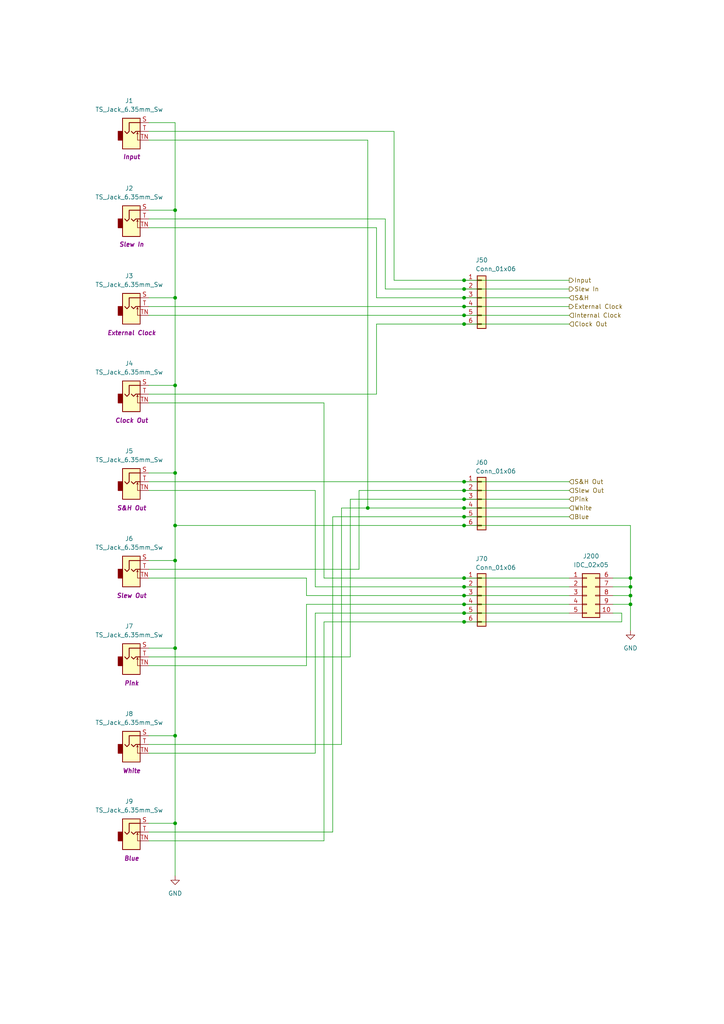
<source format=kicad_sch>
(kicad_sch (version 20231120) (generator "eeschema") (generator_version "8.0")
  (paper "A4" portrait)
  (title_block (company "DMH Instruments") (comment 1 "PCB for 5 cm Kosmo format synthesizer module"))
  (lib_symbols
    (symbol "Connector_Generic:Conn_01x06" (pin_names (offset 1.016) hide)
      (property "Reference" "J" (at 0 7.62 0))
      (property "Value" "Conn_01x06" (at 0 -10.16 0))
      (symbol "Conn_01x06_1_1"
        (rectangle (start -1.27 -7.493) (end 0 -7.747) (stroke (width 0.1524)))
        (rectangle (start -1.27 -4.953) (end 0 -5.207) (stroke (width 0.1524)))
        (rectangle (start -1.27 -2.413) (end 0 -2.667) (stroke (width 0.1524)))
        (rectangle (start -1.27 0.127) (end 0 -0.127) (stroke (width 0.1524)))
        (rectangle (start -1.27 2.667) (end 0 2.413) (stroke (width 0.1524)))
        (rectangle (start -1.27 5.207) (end 0 4.953) (stroke (width 0.1524)))
        (rectangle (start -1.27 6.35) (end 1.27 -8.89) (stroke (width 0.254)) (fill (type background)))
        (pin passive line (at -5.08 5.08 0) (length 3.81) (name "Pin_1") (number "1"))
        (pin passive line (at -5.08 2.54 0) (length 3.81) (name "Pin_2") (number "2"))
        (pin passive line (at -5.08 0 0) (length 3.81) (name "Pin_3") (number "3"))
        (pin passive line (at -5.08 -2.54 0) (length 3.81) (name "Pin_4") (number "4"))
        (pin passive line (at -5.08 -5.08 0) (length 3.81) (name "Pin_5") (number "5"))
        (pin passive line (at -5.08 -7.62 0) (length 3.81) (name "Pin_6") (number "6"))
      )
    )
    (symbol "SynthStuff:BackBone_Connector_10Pin" (pin_names (offset 1.016) hide)
      (property "Reference" "J" (at 0 -10.922 0))
      (property "Value" "IDC_02x05" (at 0 -8.382 0))
      (symbol "BackBone_Connector_10Pin_1_1"
        (rectangle (start -2.54 -4.953) (end -1.27 -5.207) (stroke (width 0.1524)))
        (rectangle (start -2.54 -2.413) (end -1.27 -2.667) (stroke (width 0.1524)))
        (rectangle (start -2.54 0.127) (end -1.27 -0.127) (stroke (width 0.1524)))
        (rectangle (start -2.54 2.667) (end -1.27 2.413) (stroke (width 0.1524)))
        (rectangle (start -2.54 5.207) (end -1.27 4.953) (stroke (width 0.1524)))
        (rectangle (start -2.54 6.35) (end 2.54 -6.35) (stroke (width 0.254)) (fill (type background)))
        (rectangle (start 2.54 -4.953) (end 1.27 -5.207) (stroke (width 0.1524)))
        (rectangle (start 2.54 -2.413) (end 1.27 -2.667) (stroke (width 0.1524)))
        (rectangle (start 2.54 0.127) (end 1.27 -0.127) (stroke (width 0.1524)))
        (rectangle (start 2.54 2.667) (end 1.27 2.413) (stroke (width 0.1524)))
        (rectangle (start 2.54 5.207) (end 1.27 4.953) (stroke (width 0.1524)))
        (pin passive line (at -6.35 5.08 0) (length 3.81) (name "Pin_1") (number "1"))
        (pin passive line (at 6.35 -5.08 180) (length 3.81) (name "Pin_10") (number "10"))
        (pin passive line (at -6.35 2.54 0) (length 3.81) (name "Pin_2") (number "2"))
        (pin passive line (at -6.35 0 0) (length 3.81) (name "Pin_3") (number "3"))
        (pin passive line (at -6.35 -2.54 0) (length 3.81) (name "Pin_4") (number "4"))
        (pin passive line (at -6.35 -5.08 0) (length 3.81) (name "Pin_5") (number "5"))
        (pin passive line (at 6.35 5.08 180) (length 3.81) (name "Pin_6") (number "6"))
        (pin passive line (at 6.35 2.54 180) (length 3.81) (name "Pin_7") (number "7"))
        (pin passive line (at 6.35 0 180) (length 3.81) (name "Pin_8") (number "8"))
        (pin passive line (at 6.35 -2.54 180) (length 3.81) (name "Pin_9") (number "9"))
      )
    )
    (symbol "SynthStuff:TS_Jack_6.35mm_Sw"
      (property "Reference" "J" (at -0.635 8.89 0))
      (property "Value" "TS_Jack_6.35mm_Sw" (at -0.635 6.35 0))
      (symbol "TS_Jack_6.35mm_Sw_0_1"
        (rectangle (start -2.54 0) (end -3.81 -2.54) (stroke (width 0.254)) (fill (type outline)))
        (polyline (pts (xy 1.778 -0.254) (xy 2.032 -0.762)))
        (polyline (pts (xy 0 0) (xy 0.635 -0.635) (xy 1.27 0) (xy 2.54 0)) (stroke (width 0.254)))
        (polyline (pts (xy 2.54 -2.54) (xy 1.778 -2.54) (xy 1.778 -0.254) (xy 1.524 -0.762)))
        (polyline (pts (xy 2.54 2.54) (xy -0.635 2.54) (xy -0.635 0) (xy -1.27 -0.635) (xy -1.905 0)) (stroke (width 0.254)))
        (rectangle (start 2.54 3.81) (end -2.54 -5.08) (stroke (width 0.254)) (fill (type background)))
      )
      (symbol "TS_Jack_6.35mm_Sw_1_1"
        (pin passive line (at 5.08 2.54 180) (length 2.54) (name "~") (number "S"))
        (pin passive line (at 5.08 0 180) (length 2.54) (name "~") (number "T"))
        (pin passive line (at 5.08 -2.54 180) (length 2.54) (name "~") (number "TN"))
      )
    )
    (symbol "power:GND" (power) (pin_numbers hide) (pin_names (offset 0) hide)
      (property "Value" "GND" (at 0 -3.81 0))
      (symbol "GND_0_1"
        (polyline (pts (xy 0 0) (xy 0 -1.27) (xy 1.27 -1.27) (xy 0 -2.54) (xy -1.27 -1.27) (xy 0 -1.27)))
      )
      (symbol "GND_1_1"
        (pin power_in line (at 0 0 270) (length 0) (name "~") (number "1"))
      )
    )
  )
  (junction (at 134.62 93.98))
  (junction (at 134.62 86.36))
  (junction (at 134.62 177.8))
  (junction (at 182.88 167.64))
  (junction (at 182.88 170.18))
  (junction (at 50.8 213.36))
  (junction (at 134.62 152.4))
  (junction (at 134.62 175.26))
  (junction (at 50.8 152.4))
  (junction (at 134.62 149.86))
  (junction (at 134.62 172.72))
  (junction (at 134.62 170.18))
  (junction (at 182.88 172.72))
  (junction (at 134.62 180.34))
  (junction (at 134.62 83.82))
  (junction (at 50.8 60.96))
  (junction (at 134.62 144.78))
  (junction (at 50.8 86.36))
  (junction (at 134.62 88.9))
  (junction (at 134.62 142.24))
  (junction (at 106.68 147.32))
  (junction (at 50.8 238.76))
  (junction (at 134.62 139.7))
  (junction (at 134.62 91.44))
  (junction (at 50.8 187.96))
  (junction (at 50.8 111.76))
  (junction (at 134.62 167.64))
  (junction (at 134.62 81.28))
  (junction (at 50.8 137.16))
  (junction (at 50.8 162.56))
  (junction (at 182.88 175.26))
  (junction (at 134.62 147.32))
  (wire (pts (xy 101.6 190.5) (xy 101.6 144.78)))
  (wire (pts (xy 96.52 149.86) (xy 134.62 149.86)))
  (wire (pts (xy 50.8 111.76) (xy 50.8 137.16)))
  (wire (pts (xy 43.18 167.64) (xy 88.9 167.64)))
  (wire (pts (xy 43.18 215.9) (xy 99.06 215.9)))
  (wire (pts (xy 50.8 86.36) (xy 50.8 111.76)))
  (wire (pts (xy 134.62 81.28) (xy 165.1 81.28)))
  (wire (pts (xy 104.14 142.24) (xy 134.62 142.24)))
  (wire (pts (xy 43.18 137.16) (xy 50.8 137.16)))
  (wire (pts (xy 134.62 93.98) (xy 165.1 93.98)))
  (wire (pts (xy 43.18 35.56) (xy 50.8 35.56)))
  (wire (pts (xy 109.22 114.3) (xy 109.22 93.98)))
  (wire (pts (xy 43.18 114.3) (xy 109.22 114.3)))
  (wire (pts (xy 50.8 137.16) (xy 50.8 152.4)))
  (wire (pts (xy 43.18 38.1) (xy 114.3 38.1)))
  (wire (pts (xy 134.62 139.7) (xy 165.1 139.7)))
  (wire (pts (xy 134.62 152.4) (xy 182.88 152.4)))
  (wire (pts (xy 43.18 116.84) (xy 93.98 116.84)))
  (wire (pts (xy 182.88 172.72) (xy 182.88 175.26)))
  (wire (pts (xy 43.18 165.1) (xy 104.14 165.1)))
  (wire (pts (xy 134.62 177.8) (xy 165.1 177.8)))
  (wire (pts (xy 43.18 66.04) (xy 109.22 66.04)))
  (wire (pts (xy 109.22 66.04) (xy 109.22 86.36)))
  (wire (pts (xy 111.76 83.82) (xy 134.62 83.82)))
  (wire (pts (xy 134.62 175.26) (xy 165.1 175.26)))
  (wire (pts (xy 182.88 175.26) (xy 182.88 182.88)))
  (wire (pts (xy 93.98 180.34) (xy 134.62 180.34)))
  (wire (pts (xy 134.62 86.36) (xy 165.1 86.36)))
  (wire (pts (xy 43.18 193.04) (xy 88.9 193.04)))
  (wire (pts (xy 50.8 213.36) (xy 50.8 238.76)))
  (wire (pts (xy 106.68 147.32) (xy 134.62 147.32)))
  (wire (pts (xy 93.98 116.84) (xy 93.98 167.64)))
  (wire (pts (xy 88.9 193.04) (xy 88.9 175.26)))
  (wire (pts (xy 109.22 86.36) (xy 134.62 86.36)))
  (wire (pts (xy 43.18 111.76) (xy 50.8 111.76)))
  (wire (pts (xy 177.8 172.72) (xy 182.88 172.72)))
  (wire (pts (xy 88.9 172.72) (xy 134.62 172.72)))
  (wire (pts (xy 99.06 147.32) (xy 106.68 147.32)))
  (wire (pts (xy 134.62 149.86) (xy 165.1 149.86)))
  (wire (pts (xy 109.22 93.98) (xy 134.62 93.98)))
  (wire (pts (xy 43.18 162.56) (xy 50.8 162.56)))
  (wire (pts (xy 43.18 187.96) (xy 50.8 187.96)))
  (wire (pts (xy 50.8 238.76) (xy 50.8 254)))
  (wire (pts (xy 114.3 38.1) (xy 114.3 81.28)))
  (wire (pts (xy 50.8 60.96) (xy 50.8 86.36)))
  (wire (pts (xy 50.8 152.4) (xy 134.62 152.4)))
  (wire (pts (xy 177.8 177.8) (xy 180.34 177.8)))
  (wire (pts (xy 91.44 142.24) (xy 91.44 170.18)))
  (wire (pts (xy 134.62 144.78) (xy 165.1 144.78)))
  (wire (pts (xy 43.18 218.44) (xy 91.44 218.44)))
  (wire (pts (xy 43.18 88.9) (xy 134.62 88.9)))
  (wire (pts (xy 177.8 167.64) (xy 182.88 167.64)))
  (wire (pts (xy 111.76 63.5) (xy 111.76 83.82)))
  (wire (pts (xy 134.62 167.64) (xy 165.1 167.64)))
  (wire (pts (xy 182.88 152.4) (xy 182.88 167.64)))
  (wire (pts (xy 43.18 142.24) (xy 91.44 142.24)))
  (wire (pts (xy 106.68 40.64) (xy 106.68 147.32)))
  (wire (pts (xy 43.18 63.5) (xy 111.76 63.5)))
  (wire (pts (xy 43.18 241.3) (xy 96.52 241.3)))
  (wire (pts (xy 43.18 60.96) (xy 50.8 60.96)))
  (wire (pts (xy 177.8 170.18) (xy 182.88 170.18)))
  (wire (pts (xy 43.18 139.7) (xy 134.62 139.7)))
  (wire (pts (xy 50.8 35.56) (xy 50.8 60.96)))
  (wire (pts (xy 134.62 170.18) (xy 165.1 170.18)))
  (wire (pts (xy 88.9 175.26) (xy 134.62 175.26)))
  (wire (pts (xy 93.98 243.84) (xy 93.98 180.34)))
  (wire (pts (xy 96.52 241.3) (xy 96.52 149.86)))
  (wire (pts (xy 134.62 83.82) (xy 165.1 83.82)))
  (wire (pts (xy 91.44 170.18) (xy 134.62 170.18)))
  (wire (pts (xy 134.62 88.9) (xy 165.1 88.9)))
  (wire (pts (xy 50.8 162.56) (xy 50.8 187.96)))
  (wire (pts (xy 91.44 177.8) (xy 134.62 177.8)))
  (wire (pts (xy 91.44 218.44) (xy 91.44 177.8)))
  (wire (pts (xy 43.18 238.76) (xy 50.8 238.76)))
  (wire (pts (xy 182.88 170.18) (xy 182.88 172.72)))
  (wire (pts (xy 134.62 147.32) (xy 165.1 147.32)))
  (wire (pts (xy 182.88 167.64) (xy 182.88 170.18)))
  (wire (pts (xy 43.18 40.64) (xy 106.68 40.64)))
  (wire (pts (xy 180.34 177.8) (xy 180.34 180.34)))
  (wire (pts (xy 50.8 187.96) (xy 50.8 213.36)))
  (wire (pts (xy 101.6 144.78) (xy 134.62 144.78)))
  (wire (pts (xy 88.9 167.64) (xy 88.9 172.72)))
  (wire (pts (xy 134.62 180.34) (xy 180.34 180.34)))
  (wire (pts (xy 177.8 175.26) (xy 182.88 175.26)))
  (wire (pts (xy 93.98 167.64) (xy 134.62 167.64)))
  (wire (pts (xy 43.18 91.44) (xy 134.62 91.44)))
  (wire (pts (xy 114.3 81.28) (xy 134.62 81.28)))
  (wire (pts (xy 43.18 190.5) (xy 101.6 190.5)))
  (wire (pts (xy 134.62 172.72) (xy 165.1 172.72)))
  (wire (pts (xy 43.18 86.36) (xy 50.8 86.36)))
  (wire (pts (xy 104.14 165.1) (xy 104.14 142.24)))
  (wire (pts (xy 43.18 213.36) (xy 50.8 213.36)))
  (wire (pts (xy 134.62 91.44) (xy 165.1 91.44)))
  (wire (pts (xy 134.62 142.24) (xy 165.1 142.24)))
  (wire (pts (xy 50.8 152.4) (xy 50.8 162.56)))
  (wire (pts (xy 43.18 243.84) (xy 93.98 243.84)))
  (wire (pts (xy 99.06 147.32) (xy 99.06 215.9)))
  (hierarchical_label "Input" (shape output) (at 165.1 81.28 0))
  (hierarchical_label "Blue" (shape input) (at 165.1 149.86 0))
  (hierarchical_label "S&H" (shape input) (at 165.1 86.36 0))
  (hierarchical_label "Slew Out" (shape input) (at 165.1 142.24 0))
  (hierarchical_label "External Clock" (shape output) (at 165.1 88.9 0))
  (hierarchical_label "White" (shape input) (at 165.1 147.32 0))
  (hierarchical_label "S&H Out" (shape input) (at 165.1 139.7 0))
  (hierarchical_label "Internal Clock" (shape input) (at 165.1 91.44 0))
  (hierarchical_label "Slew In" (shape output) (at 165.1 83.82 0))
  (hierarchical_label "Pink" (shape input) (at 165.1 144.78 0))
  (hierarchical_label "Clock Out" (shape input) (at 165.1 93.98 0))
  (symbol (lib_id "SynthStuff:TS_Jack_6.35mm_Sw") (at 38.1 38.1 0) (unit 1)
    (property "Reference" "J1" (at 37.465 29.21 0))
    (property "Value" "TS_Jack_6.35mm_Sw" (at 37.465 31.75 0))
    (property "Footprint" "SynthStuff:CUI_MJ-63052A" (effects (hide yes)))
    (property "Description" "Audio Jack, 2 Poles (Mono / TS), Switched T Pole (Normalling), 6.35mm, 1/4inch" (effects (hide yes)))
    (property "Function" "Input" (at 38.1 45.466 0) (effects (font (thickness 0.254) (bold yes) (italic yes))))
  )
  (symbol (lib_id "power:GND") (at 182.88 182.88 0) (unit 1)
    (property "Reference" "#PWR02" (effects (hide yes)))
    (property "Value" "GND" (at 182.88 187.96 0))
    (property "Description" "Power symbol creates a global label with name \"GND\" , ground" (effects (hide yes)))
  )
  (symbol (lib_id "Connector_Generic:Conn_01x06") (at 139.7 172.72 0) (unit 1)
    (property "Reference" "J70" (at 137.922 162.052 0) (effects (justify left)))
    (property "Value" "Conn_01x06" (at 137.922 164.592 0) (effects (justify left)))
    (property "Footprint" "Connector_PinHeader_2.54mm:PinHeader_1x06_P2.54mm_Vertical" (effects (hide yes)))
    (property "Description" "Generic connector, single row, 01x06, script generated (kicad-library-utils/schlib/autogen/connector/)" (effects (hide yes)))
  )
  (symbol (lib_id "SynthStuff:TS_Jack_6.35mm_Sw") (at 38.1 215.9 0) (unit 1)
    (property "Reference" "J8" (at 37.465 207.01 0))
    (property "Value" "TS_Jack_6.35mm_Sw" (at 37.465 209.55 0))
    (property "Footprint" "SynthStuff:CUI_MJ-63052A" (effects (hide yes)))
    (property "Description" "Audio Jack, 2 Poles (Mono / TS), Switched T Pole (Normalling), 6.35mm, 1/4inch" (effects (hide yes)))
    (property "Function" "White" (at 38.1 223.52 0) (effects (font (thickness 0.254) (bold yes) (italic yes))))
  )
  (symbol (lib_id "SynthStuff:TS_Jack_6.35mm_Sw") (at 38.1 241.3 0) (unit 1)
    (property "Reference" "J9" (at 37.465 232.41 0))
    (property "Value" "TS_Jack_6.35mm_Sw" (at 37.465 234.95 0))
    (property "Footprint" "SynthStuff:CUI_MJ-63052A" (effects (hide yes)))
    (property "Description" "Audio Jack, 2 Poles (Mono / TS), Switched T Pole (Normalling), 6.35mm, 1/4inch" (effects (hide yes)))
    (property "Function" "Blue" (at 38.1 248.92 0) (effects (font (thickness 0.254) (bold yes) (italic yes))))
  )
  (symbol (lib_id "SynthStuff:TS_Jack_6.35mm_Sw") (at 38.1 165.1 0) (unit 1)
    (property "Reference" "J6" (at 37.465 156.21 0))
    (property "Value" "TS_Jack_6.35mm_Sw" (at 37.465 158.75 0))
    (property "Footprint" "SynthStuff:CUI_MJ-63052A" (effects (hide yes)))
    (property "Description" "Audio Jack, 2 Poles (Mono / TS), Switched T Pole (Normalling), 6.35mm, 1/4inch" (effects (hide yes)))
    (property "Function" "Slew Out" (at 38.1 172.72 0) (effects (font (thickness 0.254) (bold yes) (italic yes))))
  )
  (symbol (lib_id "SynthStuff:TS_Jack_6.35mm_Sw") (at 38.1 88.9 0) (unit 1)
    (property "Reference" "J3" (at 37.465 80.01 0))
    (property "Value" "TS_Jack_6.35mm_Sw" (at 37.465 82.55 0))
    (property "Footprint" "SynthStuff:CUI_MJ-63052A" (effects (hide yes)))
    (property "Description" "Audio Jack, 2 Poles (Mono / TS), Switched T Pole (Normalling), 6.35mm, 1/4inch" (effects (hide yes)))
    (property "Function" "External Clock" (at 38.1 96.52 0) (effects (font (thickness 0.254) (bold yes) (italic yes))))
  )
  (symbol (lib_id "SynthStuff:TS_Jack_6.35mm_Sw") (at 38.1 63.5 0) (unit 1)
    (property "Reference" "J2" (at 37.465 54.61 0))
    (property "Value" "TS_Jack_6.35mm_Sw" (at 37.465 57.15 0))
    (property "Footprint" "SynthStuff:CUI_MJ-63052A" (effects (hide yes)))
    (property "Description" "Audio Jack, 2 Poles (Mono / TS), Switched T Pole (Normalling), 6.35mm, 1/4inch" (effects (hide yes)))
    (property "Function" "Slew In" (at 38.1 70.866 0) (effects (font (thickness 0.254) (bold yes) (italic yes))))
  )
  (symbol (lib_id "SynthStuff:TS_Jack_6.35mm_Sw") (at 38.1 190.5 0) (unit 1)
    (property "Reference" "J7" (at 37.465 181.61 0))
    (property "Value" "TS_Jack_6.35mm_Sw" (at 37.465 184.15 0))
    (property "Footprint" "SynthStuff:CUI_MJ-63052A" (effects (hide yes)))
    (property "Description" "Audio Jack, 2 Poles (Mono / TS), Switched T Pole (Normalling), 6.35mm, 1/4inch" (effects (hide yes)))
    (property "Function" "Pink" (at 38.1 198.12 0) (effects (font (thickness 0.254) (bold yes) (italic yes))))
  )
  (symbol (lib_id "Connector_Generic:Conn_01x06") (at 139.7 144.78 0) (unit 1)
    (property "Reference" "J60" (at 137.922 134.112 0) (effects (justify left)))
    (property "Value" "Conn_01x06" (at 137.922 136.652 0) (effects (justify left)))
    (property "Footprint" "Connector_PinHeader_2.54mm:PinHeader_1x06_P2.54mm_Vertical" (effects (hide yes)))
    (property "Description" "Generic connector, single row, 01x06, script generated (kicad-library-utils/schlib/autogen/connector/)" (effects (hide yes)))
  )
  (symbol (lib_id "SynthStuff:BackBone_Connector_10Pin") (at 171.45 172.72 0) (unit 1) (on_board no)
    (property "Reference" "J200" (at 171.45 161.29 0))
    (property "Value" "IDC_02x05" (at 171.45 163.83 0))
    (property "Footprint" "SynthStuff:IDC-Header_2x05_P2.54mm_Vertical_BackBone" (effects (hide yes)))
    (property "Description" "IDC jack, 2x5 pins, row a carries same signals as row b." (effects (hide yes)))
  )
  (symbol (lib_id "Connector_Generic:Conn_01x06") (at 139.7 86.36 0) (unit 1)
    (property "Reference" "J50" (at 137.922 75.438 0) (effects (justify left)))
    (property "Value" "Conn_01x06" (at 137.922 77.978 0) (effects (justify left)))
    (property "Footprint" "Connector_PinHeader_2.54mm:PinHeader_1x06_P2.54mm_Vertical" (effects (hide yes)))
    (property "Description" "Generic connector, single row, 01x06, script generated (kicad-library-utils/schlib/autogen/connector/)" (effects (hide yes)))
  )
  (symbol (lib_id "SynthStuff:TS_Jack_6.35mm_Sw") (at 38.1 114.3 0) (unit 1)
    (property "Reference" "J4" (at 37.465 105.41 0))
    (property "Value" "TS_Jack_6.35mm_Sw" (at 37.465 107.95 0))
    (property "Footprint" "SynthStuff:CUI_MJ-63052A" (effects (hide yes)))
    (property "Description" "Audio Jack, 2 Poles (Mono / TS), Switched T Pole (Normalling), 6.35mm, 1/4inch" (effects (hide yes)))
    (property "Function" "Clock Out" (at 38.1 121.92 0) (effects (font (thickness 0.254) (bold yes) (italic yes))))
  )
  (symbol (lib_id "power:GND") (at 50.8 254 0) (unit 1)
    (property "Reference" "#PWR01" (effects (hide yes)))
    (property "Value" "GND" (at 50.8 259.08 0))
    (property "Description" "Power symbol creates a global label with name \"GND\" , ground" (effects (hide yes)))
  )
  (symbol (lib_id "SynthStuff:TS_Jack_6.35mm_Sw") (at 38.1 139.7 0) (unit 1)
    (property "Reference" "J5" (at 37.465 130.81 0))
    (property "Value" "TS_Jack_6.35mm_Sw" (at 37.465 133.35 0))
    (property "Footprint" "SynthStuff:CUI_MJ-63052A" (effects (hide yes)))
    (property "Description" "Audio Jack, 2 Poles (Mono / TS), Switched T Pole (Normalling), 6.35mm, 1/4inch" (effects (hide yes)))
    (property "Function" "S&H Out" (at 38.1 147.32 0) (effects (font (thickness 0.254) (bold yes) (italic yes))))
  )
)
</source>
